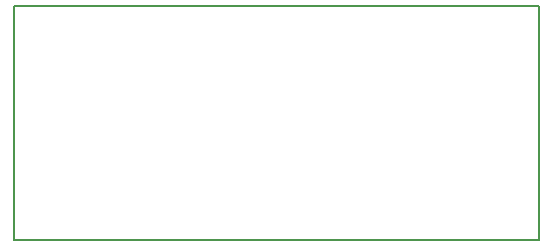
<source format=gm1>
G04 #@! TF.GenerationSoftware,KiCad,Pcbnew,no-vcs-found-44b118f~58~ubuntu16.04.1*
G04 #@! TF.CreationDate,2017-06-12T15:04:32+03:00*
G04 #@! TF.ProjectId,serial_gw_ATMEGA328P,73657269616C5F67775F41544D454741,rev?*
G04 #@! TF.FileFunction,Profile,NP*
%FSLAX46Y46*%
G04 Gerber Fmt 4.6, Leading zero omitted, Abs format (unit mm)*
G04 Created by KiCad (PCBNEW no-vcs-found-44b118f~58~ubuntu16.04.1) date Mon Jun 12 15:04:32 2017*
%MOMM*%
%LPD*%
G01*
G04 APERTURE LIST*
%ADD10C,0.100000*%
%ADD11C,0.150000*%
G04 APERTURE END LIST*
D10*
D11*
X70866000Y-93472000D02*
X70866000Y-73660000D01*
X115316000Y-93472000D02*
X70866000Y-93472000D01*
X115316000Y-73660000D02*
X115316000Y-93472000D01*
X70866000Y-73660000D02*
X115316000Y-73660000D01*
M02*

</source>
